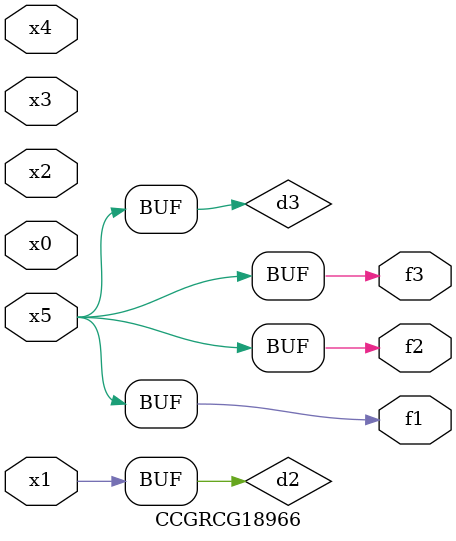
<source format=v>
module CCGRCG18966(
	input x0, x1, x2, x3, x4, x5,
	output f1, f2, f3
);

	wire d1, d2, d3;

	not (d1, x5);
	or (d2, x1);
	xnor (d3, d1);
	assign f1 = d3;
	assign f2 = d3;
	assign f3 = d3;
endmodule

</source>
